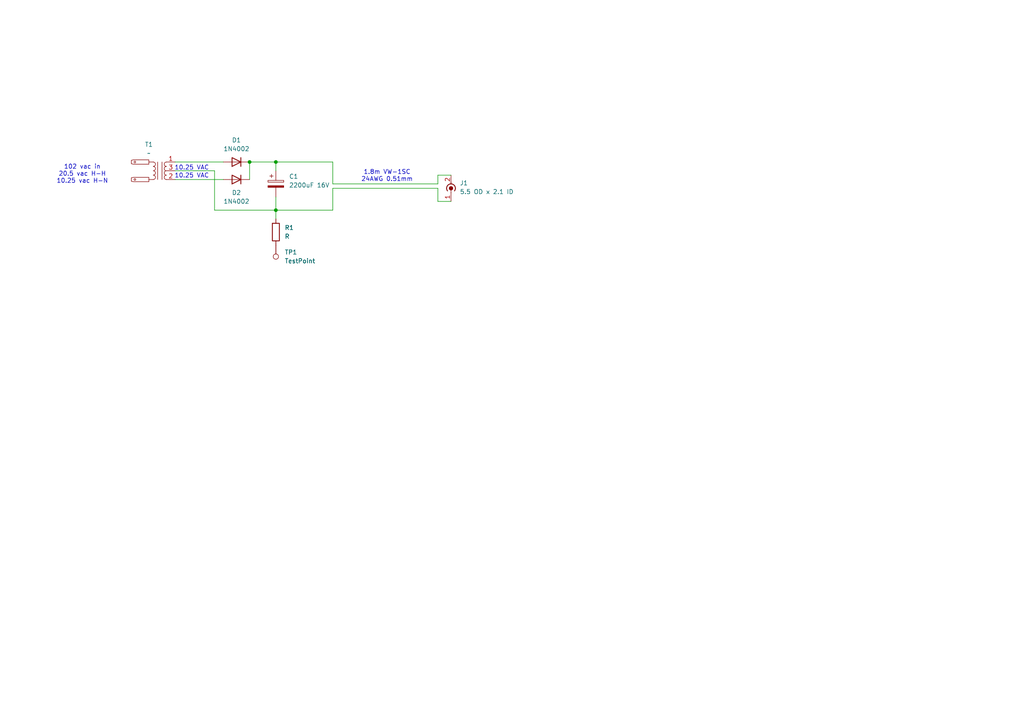
<source format=kicad_sch>
(kicad_sch (version 20250114) (generator "eeschema") (generator_version "9.0")
  (paper "A4")
  (lib_symbols
    (symbol "Connector:Conn_Coaxial_Power" (pin_names (offset 1.016) (hide yes))
      (property "Reference" "J" (at -5.08 -1.27 90))
      (property "Value" "Conn_Coaxial_Power" (at -3.175 -1.27 90))
      (symbol "Conn_Coaxial_Power_0_1"
        (arc (start 1.016 -0.508) (mid 1.2048 -0.8684) (end 1.27 -1.27) (stroke (width 0.254)))
        (polyline (pts (xy 0 0) (xy 0 -1.27)))
        (arc (start 1.27 -1.27) (mid 0 -2.5345) (end -1.27 -1.27) (stroke (width 0.254)))
        (arc (start -1.27 -1.27) (mid -1.2048 -0.8684) (end -1.016 -0.508) (stroke (width 0.254)))
        (circle (center 0 -1.27) (radius 0.508) (stroke (width 0.2032)) (fill (type outline)))
        (polyline (pts (xy 0 -2.54) (xy 0 -3.048)))
      )
      (symbol "Conn_Coaxial_Power_1_1"
        (pin passive line (at 0 2.54 270) (length 2.54) (name "In") (number "1"))
        (pin passive line (at 0 -5.08 90) (length 2.54) (name "Ext") (number "2"))
      )
    )
    (symbol "Connector:TestPoint" (pin_numbers (hide yes)) (pin_names (offset 0.762) (hide yes))
      (property "Reference" "TP" (at 0 6.858 0))
      (property "Value" "TestPoint" (at 0 5.08 0))
      (symbol "TestPoint_0_1"
        (circle (center 0 3.302) (radius 0.762))
      )
      (symbol "TestPoint_1_1"
        (pin passive line (at 0 0 90) (length 2.54) (name "1") (number "1"))
      )
    )
    (symbol "Device:C_Polarized" (pin_numbers (hide yes)) (pin_names (offset 0.254))
      (property "Reference" "C" (at 0.635 2.54 0))
      (property "Value" "C_Polarized" (at 0.635 -2.54 0))
      (symbol "C_Polarized_0_1"
        (rectangle (start -2.286 0.508) (end 2.286 1.016))
        (polyline (pts (xy -1.778 2.286) (xy -0.762 2.286)))
        (polyline (pts (xy -1.27 2.794) (xy -1.27 1.778)))
        (rectangle (start 2.286 -0.508) (end -2.286 -1.016) (fill (type outline)))
      )
      (symbol "C_Polarized_1_1"
        (pin passive line (at 0 3.81 270) (length 2.794) (name "~") (number "1"))
        (pin passive line (at 0 -3.81 90) (length 2.794) (name "~") (number "2"))
      )
    )
    (symbol "Device:R" (pin_numbers (hide yes)) (pin_names (offset 0))
      (property "Reference" "R" (at 2.032 0 90))
      (property "Value" "R" (at 0 0 90))
      (symbol "R_0_1"
        (rectangle (start -1.016 -2.54) (end 1.016 2.54) (stroke (width 0.254)))
      )
      (symbol "R_1_1"
        (pin passive line (at 0 3.81 270) (length 1.27) (name "~") (number "1"))
        (pin passive line (at 0 -3.81 90) (length 1.27) (name "~") (number "2"))
      )
    )
    (symbol "Diode:1N4002" (pin_numbers (hide yes)) (pin_names (hide yes))
      (property "Reference" "D" (at 0 2.54 0))
      (property "Value" "1N4002" (at 0 -2.54 0))
      (symbol "1N4002_0_1"
        (polyline (pts (xy -1.27 1.27) (xy -1.27 -1.27)) (stroke (width 0.254)))
        (polyline (pts (xy 1.27 1.27) (xy 1.27 -1.27) (xy -1.27 0) (xy 1.27 1.27)) (stroke (width 0.254)))
        (polyline (pts (xy 1.27 0) (xy -1.27 0)))
      )
      (symbol "1N4002_1_1"
        (pin passive line (at -3.81 0 0) (length 2.54) (name "K") (number "1"))
        (pin passive line (at 3.81 0 180) (length 2.54) (name "A") (number "2"))
      )
    )
    (symbol "Nintendo:transformer"
      (property "Reference" "T" (at 2.032 2.159 0))
      (symbol "transformer_0_1"
        (circle (center -5.334 0) (radius 0.254))
        (circle (center -5.334 -5.08) (radius 0.254))
        (polyline (pts (xy -1.27 -0.635) (xy -1.27 0.635) (xy -5.715 0.635) (xy -6.35 0.508) (xy -6.35 -0.508) (xy -5.715 -0.635) (xy -1.27 -0.635)))
        (polyline (pts (xy -1.27 -5.715) (xy -1.27 -4.445) (xy -5.715 -4.445) (xy -6.35 -4.572) (xy -6.35 -5.588) (xy -5.715 -5.715) (xy -1.27 -5.715)))
        (polyline (pts (xy 0 0) (xy -1.27 0)))
        (arc (start 0 0) (mid 0.635 -0.635) (end 0 -1.27))
        (arc (start 0 -1.27) (mid 0.635 -1.905) (end 0 -2.54))
        (arc (start 0 -2.54) (mid 0.635 -3.175) (end 0 -3.81))
        (arc (start 0 -3.81) (mid 0.635 -4.445) (end 0 -5.08))
        (polyline (pts (xy 0 -5.08) (xy -1.27 -5.08)))
        (polyline (pts (xy 1.27 0) (xy 1.27 -5.08)))
        (polyline (pts (xy 2.54 0) (xy 2.54 -5.08)))
        (arc (start 3.81 -1.27) (mid 3.175 -0.635) (end 3.81 0))
        (arc (start 3.81 -2.54) (mid 3.175 -1.905) (end 3.81 -1.27))
        (arc (start 3.81 -3.81) (mid 3.175 -3.175) (end 3.81 -2.54))
        (arc (start 3.81 -5.08) (mid 3.175 -4.445) (end 3.81 -3.81))
      )
      (symbol "transformer_1_1"
        (pin power_out line (at 6.35 0 180) (length 2.54) (name "") (number "1"))
        (pin power_out line (at 6.35 -2.54 180) (length 2.54) (name "") (number "3"))
        (pin power_out line (at 6.35 -5.08 180) (length 2.54) (name "") (number "2"))
      )
    )
  )
  (text "102 vac in\n20.5 vac H-H\n10.25 vac H-N" (at 23.876 50.546 0) (effects (font (size 1.27 1.27))))
  (text "1.8m VW-1SC\n24AWG 0.51mm" (at 112.268 51.054 0) (effects (font (size 1.27 1.27))))
  (text "10.25 VAC" (at 55.626 51.054 0) (effects (font (size 1.27 1.27))))
  (text "10.25 VAC" (at 55.626 48.768 0) (effects (font (size 1.27 1.27))))
  (junction (at 80.01 46.99))
  (junction (at 80.01 60.96))
  (junction (at 72.39 46.99))
  (wire (pts (xy 50.8 46.99) (xy 64.77 46.99)))
  (wire (pts (xy 80.01 60.96) (xy 96.52 60.96)))
  (wire (pts (xy 96.52 46.99) (xy 96.52 53.34)))
  (wire (pts (xy 72.39 46.99) (xy 72.39 52.07)))
  (wire (pts (xy 96.52 46.99) (xy 80.01 46.99)))
  (wire (pts (xy 127 58.42) (xy 130.81 58.42)))
  (wire (pts (xy 50.8 52.07) (xy 64.77 52.07)))
  (wire (pts (xy 80.01 60.96) (xy 80.01 57.15)))
  (wire (pts (xy 62.23 49.53) (xy 62.23 60.96)))
  (wire (pts (xy 127 54.61) (xy 127 58.42)))
  (wire (pts (xy 96.52 54.61) (xy 96.52 60.96)))
  (wire (pts (xy 80.01 49.53) (xy 80.01 46.99)))
  (wire (pts (xy 127 50.8) (xy 130.81 50.8)))
  (wire (pts (xy 80.01 46.99) (xy 72.39 46.99)))
  (wire (pts (xy 62.23 60.96) (xy 80.01 60.96)))
  (wire (pts (xy 127 53.34) (xy 127 50.8)))
  (wire (pts (xy 80.01 63.5) (xy 80.01 60.96)))
  (wire (pts (xy 96.52 53.34) (xy 127 53.34)))
  (wire (pts (xy 50.8 49.53) (xy 62.23 49.53)))
  (wire (pts (xy 96.52 54.61) (xy 127 54.61)))
  (symbol (lib_id "Diode:1N4002") (at 68.58 46.99 180) (unit 1)
    (property "Reference" "D1" (at 68.58 40.64 0))
    (property "Value" "1N4002" (at 68.58 43.18 0))
    (property "Footprint" "Nintendo:diode" (effects (hide yes)))
    (property "Sim.Device" "D" (effects (hide yes)))
    (property "Sim.Pins" "1=K 2=A" (effects (hide yes)))
  )
  (symbol (lib_id "Device:R") (at 80.01 67.31 180) (unit 1)
    (property "Reference" "R1" (at 82.55 66.0399 0) (effects (justify right)))
    (property "Value" "R" (at 82.55 68.5799 0) (effects (justify right)))
    (property "Footprint" "Nintendo:resistor" (effects (hide yes)))
    (property "Description" "Resistor" (effects (hide yes)))
  )
  (symbol (lib_id "Connector:TestPoint") (at 80.01 71.12 180) (unit 1)
    (property "Reference" "TP1" (at 82.55 73.1519 0) (effects (justify right)))
    (property "Value" "TestPoint" (at 82.55 75.6919 0) (effects (justify right)))
    (property "Footprint" "Nintendo:testpoint" (effects (hide yes)))
    (property "Description" "test point" (effects (hide yes)))
  )
  (symbol (lib_id "Device:C_Polarized") (at 80.01 53.34 0) (unit 1)
    (property "Reference" "C1" (at 83.82 51.1809 0) (effects (justify left)))
    (property "Value" "2200uF 16V" (at 83.82 53.7209 0) (effects (justify left)))
    (property "Footprint" "Nintendo:capacitor" (effects (hide yes)))
  )
  (symbol (lib_id "Nintendo:transformer") (at 44.45 46.99 0) (unit 1)
    (property "Reference" "T1" (at 43.18 41.91 0))
    (property "Value" "~" (at 43.18 44.45 0))
    (property "Footprint" "Nintendo:transformer" (effects (hide yes)))
  )
  (symbol (lib_id "Diode:1N4002") (at 68.58 52.07 180) (unit 1)
    (property "Reference" "D2" (at 68.58 55.88 0))
    (property "Value" "1N4002" (at 68.58 58.42 0))
    (property "Footprint" "Nintendo:diode" (effects (hide yes)))
    (property "Sim.Device" "D" (effects (hide yes)))
    (property "Sim.Pins" "1=K 2=A" (effects (hide yes)))
  )
  (symbol (lib_id "Connector:Conn_Coaxial_Power") (at 130.81 55.88 180) (unit 1)
    (property "Reference" "J1" (at 133.35 53.0859 0) (effects (justify right)))
    (property "Value" "5.5 OD x 2.1 ID" (at 133.35 55.6259 0) (effects (justify right)))
    (property "Footprint" "Nintendo:connector" (effects (hide yes)))
  )
)
</source>
